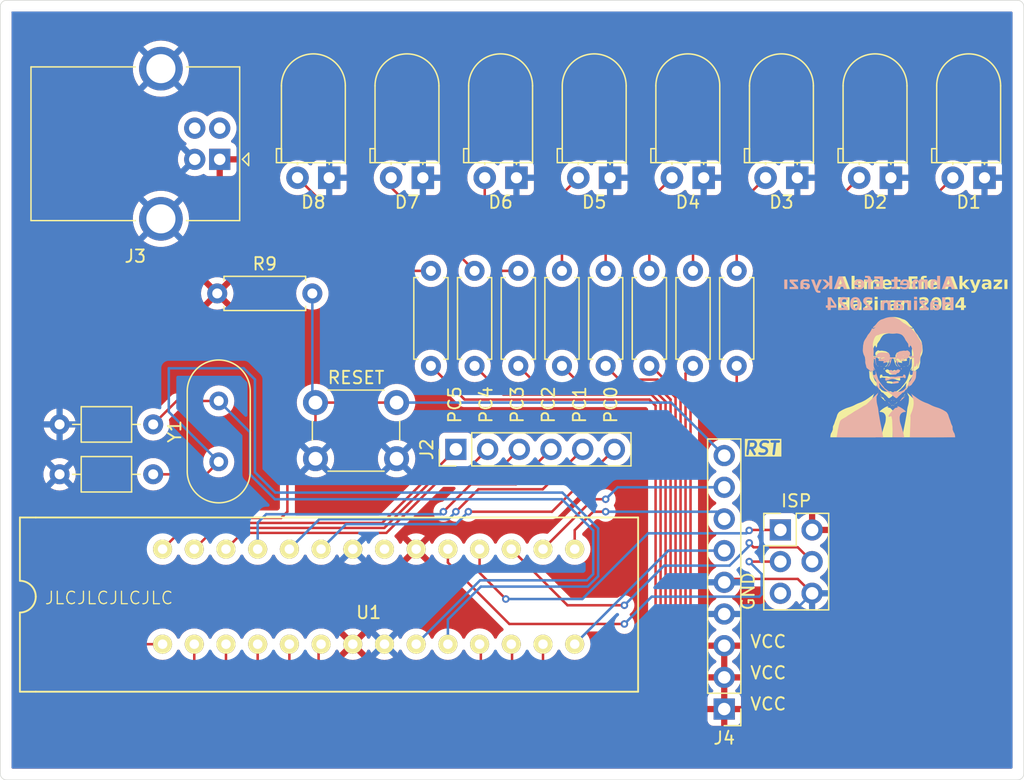
<source format=kicad_pcb>
(kicad_pcb (version 20240108) (generator "pcbnew") (generator_version "8.0")
  (layers (0 "F.Cu" signal) (31 "B.Cu" signal) (34 "B.Paste" user) (35 "F.Paste" user) (36 "B.SilkS" user "B.Silkscreen") (37 "F.SilkS" user "F.Silkscreen") (38 "B.Mask" user) (39 "F.Mask" user) (44 "Edge.Cuts" user))
  (net 0 "")
  (net 1 "Net-(U1-XTAL1{slash}PB6)")
  (net 2 "GND")
  (net 3 "Net-(U1-XTAL2{slash}PB7)")
  (net 4 "Net-(D1-A)")
  (net 5 "Net-(D2-A)")
  (net 6 "Net-(D3-A)")
  (net 7 "Net-(D4-A)")
  (net 8 "Net-(D5-A)")
  (net 9 "Net-(D6-A)")
  (net 10 "Net-(D7-A)")
  (net 11 "Net-(D8-A)")
  (net 12 "Net-(J1-MISO)")
  (net 13 "Net-(J1-SCK)")
  (net 14 "Net-(J1-MOSI)")
  (net 15 "VCC")
  (net 17 "Net-(J2-Pin_1)")
  (net 18 "Net-(J2-Pin_3)")
  (net 19 "Net-(J2-Pin_5)")
  (net 20 "Net-(J2-Pin_6)")
  (net 21 "Net-(J2-Pin_4)")
  (net 22 "Net-(J2-Pin_2)")
  (net 25 "Net-(J4-Pin_9)")
  (net 26 "Net-(J4-Pin_7)")
  (net 27 "Net-(J4-Pin_6)")
  (net 28 "Net-(J4-Pin_8)")
  (net 29 "Net-(U1-PD0)")
  (net 30 "Net-(U1-PD1)")
  (net 31 "Net-(U1-PD2)")
  (net 32 "Net-(U1-PD3)")
  (net 33 "Net-(U1-PD4)")
  (net 34 "Net-(U1-PD5)")
  (net 35 "Net-(U1-PD6)")
  (net 36 "Net-(U1-PD7)")
  (footprint "Capacitor_THT:C_Axial_L3.8mm_D2.6mm_P7.50mm_Horizontal" (layer "F.Cu") (at 114.25 116 180)
    (property "Reference" "C1" (hide yes))
    (property "Value" "22pF")
    (pad "1" thru_hole circle (at 0 0 180) (size 1.6 1.6) (drill 0.8) (layers "*.Cu" "*.Mask") (net 1 "Net-(U1-XTAL1{slash}PB6)"))
    (pad "2" thru_hole oval (at 7.5 0 180) (size 1.6 1.6) (drill 0.8) (layers "*.Cu" "*.Mask") (net 2 "GND"))
  )
  (footprint "LED_THT:LED_D5.0mm_Horizontal_O1.27mm_Z3.0mm" (layer "F.Cu") (at 180.8525 96.225 180)
    (property "Reference" "D1" (at 1.27 -1.96 0) (layer "F.SilkS"))
    (property "Value" "LED")
    (pad "1" thru_hole rect (at 0 0 180) (size 1.8 1.8) (drill 0.9) (layers "*.Cu" "*.Mask") (net 2 "GND"))
    (pad "2" thru_hole circle (at 2.54 0 180) (size 1.8 1.8) (drill 0.9) (layers "*.Cu" "*.Mask") (net 4 "Net-(D1-A)"))
  )
  (footprint "Resistor_THT:R_Axial_DIN0207_L6.3mm_D2.5mm_P7.62mm_Horizontal" (layer "F.Cu") (at 119.38 105.5)
    (property "Reference" "R9" (at 3.81 -2.37 0) (layer "F.SilkS"))
    (property "Value" "1K R")
    (pad "1" thru_hole circle (at 0 0) (size 1.6 1.6) (drill 0.8) (layers "*.Cu" "*.Mask") (net 15 "VCC"))
    (pad "2" thru_hole oval (at 7.62 0) (size 1.6 1.6) (drill 0.8) (layers "*.Cu" "*.Mask") (net 25 "Net-(J4-Pin_9)"))
  )
  (footprint "LED_THT:LED_D5.0mm_Horizontal_O1.27mm_Z3.0mm" (layer "F.Cu") (at 150.8525 96.225 180)
    (property "Reference" "D5" (at 1.27 -1.96 0) (layer "F.SilkS"))
    (property "Value" "LED")
    (pad "1" thru_hole rect (at 0 0 180) (size 1.8 1.8) (drill 0.9) (layers "*.Cu" "*.Mask") (net 2 "GND"))
    (pad "2" thru_hole circle (at 2.54 0 180) (size 1.8 1.8) (drill 0.9) (layers "*.Cu" "*.Mask") (net 8 "Net-(D5-A)"))
  )
  (footprint "Resistor_THT:R_Axial_DIN0207_L6.3mm_D2.5mm_P7.62mm_Horizontal" (layer "F.Cu") (at 157.5 111.31 90)
    (property "Reference" "R2" (hide yes))
    (property "Value" "220R" (hide yes))
    (pad "1" thru_hole circle (at 0 0 90) (size 1.6 1.6) (drill 0.8) (layers "*.Cu" "*.Mask") (net 30 "Net-(U1-PD1)"))
    (pad "2" thru_hole oval (at 7.62 0 90) (size 1.6 1.6) (drill 0.8) (layers "*.Cu" "*.Mask") (net 5 "Net-(D2-A)"))
  )
  (footprint "Resistor_THT:R_Axial_DIN0207_L6.3mm_D2.5mm_P7.62mm_Horizontal" (layer "F.Cu") (at 150.5 111.31 90)
    (property "Reference" "R4" (hide yes))
    (property "Value" "220R" (hide yes))
    (pad "1" thru_hole circle (at 0 0 90) (size 1.6 1.6) (drill 0.8) (layers "*.Cu" "*.Mask") (net 32 "Net-(U1-PD3)"))
    (pad "2" thru_hole oval (at 7.62 0 90) (size 1.6 1.6) (drill 0.8) (layers "*.Cu" "*.Mask") (net 7 "Net-(D4-A)"))
  )
  (footprint "Resistor_THT:R_Axial_DIN0207_L6.3mm_D2.5mm_P7.62mm_Horizontal" (layer "F.Cu") (at 154 111.31 90)
    (property "Reference" "R3" (hide yes))
    (property "Value" "220R" (hide yes))
    (pad "1" thru_hole circle (at 0 0 90) (size 1.6 1.6) (drill 0.8) (layers "*.Cu" "*.Mask") (net 31 "Net-(U1-PD2)"))
    (pad "2" thru_hole oval (at 7.62 0 90) (size 1.6 1.6) (drill 0.8) (layers "*.Cu" "*.Mask") (net 6 "Net-(D3-A)"))
  )
  (footprint "Connector_PinHeader_2.54mm:PinHeader_1x09_P2.54mm_Vertical" (layer "F.Cu") (at 160 138.82 180)
    (property "Reference" "J4" (at 0 -2.33 0) (layer "F.SilkS"))
    (property "Value" "H2-PWR")
    (pad "1" thru_hole rect (at 0 0 180) (size 1.7 1.7) (drill 1) (layers "*.Cu" "*.Mask") (net 15 "VCC"))
    (pad "2" thru_hole oval (at 0 2.54 180) (size 1.7 1.7) (drill 1) (layers "*.Cu" "*.Mask") (net 15 "VCC"))
    (pad "3" thru_hole oval (at 0 5.08 180) (size 1.7 1.7) (drill 1) (layers "*.Cu" "*.Mask") (net 15 "VCC"))
    (pad "4" thru_hole oval (at 0 7.62 180) (size 1.7 1.7) (drill 1) (layers "*.Cu" "*.Mask") (net 2 "GND"))
    (pad "5" thru_hole oval (at 0 10.16 180) (size 1.7 1.7) (drill 1) (layers "*.Cu" "*.Mask") (net 2 "GND"))
    (pad "6" thru_hole oval (at 0 12.7 180) (size 1.7 1.7) (drill 1) (layers "*.Cu" "*.Mask") (net 27 "Net-(J4-Pin_6)"))
    (pad "7" thru_hole oval (at 0 15.24 180) (size 1.7 1.7) (drill 1) (layers "*.Cu" "*.Mask") (net 26 "Net-(J4-Pin_7)"))
    (pad "8" thru_hole oval (at 0 17.78 180) (size 1.7 1.7) (drill 1) (layers "*.Cu" "*.Mask") (net 28 "Net-(J4-Pin_8)"))
    (pad "9" thru_hole oval (at 0 20.32 180) (size 1.7 1.7) (drill 1) (layers "*.Cu" "*.Mask") (net 25 "Net-(J4-Pin_9)"))
  )
  (footprint "footprints:zif-28-pin" (layer "F.Cu") (at 131.51 126 90)
    (property "Reference" "U1" (at -5.08 0 0) (layer "F.SilkS"))
    (property "Value" "ATmega168PA-P")
    (pad "1" thru_hole circle (at -7.62 -16.51 90) (size 1.524 1.524) (drill 0.762) (layers "*.Cu" "*.Mask" "F.SilkS") (net 25 "Net-(J4-Pin_9)"))
    (pad "2" thru_hole circle (at -7.62 -13.97 90) (size 1.524 1.524) (drill 0.762) (layers "*.Cu" "*.Mask" "F.SilkS") (net 29 "Net-(U1-PD0)"))
    (pad "3" thru_hole circle (at -7.62 -11.43 90) (size 1.524 1.524) (drill 0.762) (layers "*.Cu" "*.Mask" "F.SilkS") (net 30 "Net-(U1-PD1)"))
    (pad "4" thru_hole circle (at -7.62 -8.89 90) (size 1.524 1.524) (drill 0.762) (layers "*.Cu" "*.Mask" "F.SilkS") (net 31 "Net-(U1-PD2)"))
    (pad "5" thru_hole circle (at -7.62 -6.35 90) (size 1.524 1.524) (drill 0.762) (layers "*.Cu" "*.Mask" "F.SilkS") (net 32 "Net-(U1-PD3)"))
    (pad "6" thru_hole circle (at -7.62 -3.81 90) (size 1.524 1.524) (drill 0.762) (layers "*.Cu" "*.Mask" "F.SilkS") (net 33 "Net-(U1-PD4)"))
    (pad "7" thru_hole circle (at -7.62 -1.27 90) (size 1.524 1.524) (drill 0.762) (layers "*.Cu" "*.Mask" "F.SilkS") (net 15 "VCC"))
    (pad "8" thru_hole circle (at -7.62 1.27 90) (size 1.524 1.524) (drill 0.762) (layers "*.Cu" "*.Mask" "F.SilkS") (net 2 "GND"))
    (pad "9" thru_hole circle (at -7.62 3.81 90) (size 1.524 1.524) (drill 0.762) (layers "*.Cu" "*.Mask" "F.SilkS") (net 1 "Net-(U1-XTAL1{slash}PB6)"))
    (pad "10" thru_hole circle (at -7.62 6.35 90) (size 1.524 1.524) (drill 0.762) (layers "*.Cu" "*.Mask" "F.SilkS") (net 3 "Net-(U1-XTAL2{slash}PB7)"))
    (pad "11" thru_hole circle (at -7.62 8.89 90) (size 1.524 1.524) (drill 0.762) (layers "*.Cu" "*.Mask" "F.SilkS") (net 34 "Net-(U1-PD5)"))
    (pad "12" thru_hole circle (at -7.62 11.43 90) (size 1.524 1.524) (drill 0.762) (layers "*.Cu" "*.Mask" "F.SilkS") (net 35 "Net-(U1-PD6)"))
    (pad "13" thru_hole circle (at -7.62 13.97 90) (size 1.524 1.524) (drill 0.762) (layers "*.Cu" "*.Mask" "F.SilkS") (net 36 "Net-(U1-PD7)"))
    (pad "14" thru_hole circle (at -7.62 16.51 270) (size 1.524 1.524) (drill 0.762) (layers "*.Cu" "*.Mask" "F.SilkS") (net 27 "Net-(J4-Pin_6)"))
    (pad "15" thru_hole circle (at 0 16.51 270) (size 1.524 1.524) (drill 0.762) (layers "*.Cu" "*.Mask" "F.SilkS") (net 26 "Net-(J4-Pin_7)"))
    (pad "16" thru_hole circle (at 0 13.97 270) (size 1.524 1.524) (drill 0.762) (layers "*.Cu" "*.Mask" "F.SilkS") (net 28 "Net-(J4-Pin_8)"))
    (pad "17" thru_hole circle (at 0 11.43 270) (size 1.524 1.524) (drill 0.762) (layers "*.Cu" "*.Mask" "F.SilkS") (net 14 "Net-(J1-MOSI)"))
    (pad "18" thru_hole circle (at 0 8.89 270) (size 1.524 1.524) (drill 0.762) (layers "*.Cu" "*.Mask" "F.SilkS") (net 12 "Net-(J1-MISO)"))
    (pad "19" thru_hole circle (at 0 6.35 270) (size 1.524 1.524) (drill 0.762) (layers "*.Cu" "*.Mask" "F.SilkS") (net 13 "Net-(J1-SCK)"))
    (pad "20" thru_hole circle (at 0 3.81 270) (size 1.524 1.524) (drill 0.762) (layers "*.Cu" "*.Mask" "F.SilkS") (net 15 "VCC"))
    (pad "21" thru_hole circle (at 0 1.27 90) (size 1.524 1.524) (drill 0.762) (layers "*.Cu" "*.Mask" "F.SilkS"))
    (pad "22" thru_hole circle (at 0 -1.27 90) (size 1.524 1.524) (drill 0.762) (layers "*.Cu" "*.Mask" "F.SilkS") (net 2 "GND"))
    (pad "23" thru_hole circle (at 0 -3.81 90) (size 1.524 1.524) (drill 0.762) (layers "*.Cu" "*.Mask" "F.SilkS") (net 20 "Net-(J2-Pin_6)"))
    (pad "24" thru_hole circle (at 0 -6.35 90) (size 1.524 1.524) (drill 0.762) (layers "*.Cu" "*.Mask" "F.SilkS") (net 19 "Net-(J2-Pin_5)"))
    (pad "25" thru_hole circle (at 0 -8.89 90) (size 1.524 1.524) (drill 0.762) (layers "*.Cu" "*.Mask" "F.SilkS") (net 21 "Net-(J2-Pin_4)"))
    (pad "26" thru_hole circle (at 0 -11.43 90) (size 1.524 1.524) (drill 0.762) (layers "*.Cu" "*.Mask" "F.SilkS") (net 18 "Net-(J2-Pin_3)"))
    (pad "27" thru_hole circle (at 0 -13.97 90) (size 1.524 1.524) (drill 0.762) (layers "*.Cu" "*.Mask" "F.SilkS") (net 22 "Net-(J2-Pin_2)"))
    (pad "28" thru_hole circle (at 0 -16.51 90) (size 1.524 1.524) (drill 0.762) (layers "*.Cu" "*.Mask" "F.SilkS") (net 17 "Net-(J2-Pin_1)"))
  )
  (footprint "Connector_PinHeader_2.54mm:PinHeader_2x03_P2.54mm_Vertical" (layer "F.Cu") (at 164.5 124.46)
    (property "Reference" "ISP" (at 1.27 -2.33 0) (layer "F.SilkS"))
    (property "Value" "ISP")
    (pad "1" thru_hole rect (at 0 0) (size 1.7 1.7) (drill 1) (layers "*.Cu" "*.Mask") (net 12 "Net-(J1-MISO)"))
    (pad "2" thru_hole oval (at 2.54 0) (size 1.7 1.7) (drill 1) (layers "*.Cu" "*.Mask") (net 15 "VCC"))
    (pad "3" thru_hole oval (at 0 2.54) (size 1.7 1.7) (drill 1) (layers "*.Cu" "*.Mask") (net 13 "Net-(J1-SCK)"))
    (pad "4" thru_hole oval (at 2.54 2.54) (size 1.7 1.7) (drill 1) (layers "*.Cu" "*.Mask") (net 14 "Net-(J1-MOSI)"))
    (pad "5" thru_hole oval (at 0 5.08) (size 1.7 1.7) (drill 1) (layers "*.Cu" "*.Mask"))
    (pad "6" thru_hole oval (at 2.54 5.08) (size 1.7 1.7) (drill 1) (layers "*.Cu" "*.Mask") (net 2 "GND"))
  )
  (footprint "LED_THT:LED_D5.0mm_Horizontal_O1.27mm_Z3.0mm" (layer "F.Cu") (at 135.8525 96.225 180)
    (property "Reference" "D7" (at 1.27 -1.96 0) (layer "F.SilkS"))
    (property "Value" "LED")
    (pad "1" thru_hole rect (at 0 0 180) (size 1.8 1.8) (drill 0.9) (layers "*.Cu" "*.Mask") (net 2 "GND"))
    (pad "2" thru_hole circle (at 2.54 0 180) (size 1.8 1.8) (drill 0.9) (layers "*.Cu" "*.Mask") (net 10 "Net-(D7-A)"))
  )
  (footprint "Resistor_THT:R_Axial_DIN0207_L6.3mm_D2.5mm_P7.62mm_Horizontal" (layer "F.Cu") (at 136.5 111.31 90)
    (property "Reference" "R8" (hide yes))
    (property "Value" "220R" (hide yes))
    (pad "1" thru_hole circle (at 0 0 90) (size 1.6 1.6) (drill 0.8) (layers "*.Cu" "*.Mask") (net 36 "Net-(U1-PD7)"))
    (pad "2" thru_hole oval (at 7.62 0 90) (size 1.6 1.6) (drill 0.8) (layers "*.Cu" "*.Mask") (net 11 "Net-(D8-A)"))
  )
  (footprint "Resistor_THT:R_Axial_DIN0207_L6.3mm_D2.5mm_P7.62mm_Horizontal" (layer "F.Cu") (at 147 111.31 90)
    (property "Reference" "R5" (hide yes))
    (property "Value" "220R" (hide yes))
    (pad "1" thru_hole circle (at 0 0 90) (size 1.6 1.6) (drill 0.8) (layers "*.Cu" "*.Mask") (net 33 "Net-(U1-PD4)"))
    (pad "2" thru_hole oval (at 7.62 0 90) (size 1.6 1.6) (drill 0.8) (layers "*.Cu" "*.Mask") (net 8 "Net-(D5-A)"))
  )
  (footprint "LED_THT:LED_D5.0mm_Horizontal_O1.27mm_Z3.0mm" (layer "F.Cu") (at 158.3525 96.225 180)
    (property "Reference" "D4" (at 1.27 -1.96 0) (layer "F.SilkS"))
    (property "Value" "LED")
    (pad "1" thru_hole rect (at 0 0 180) (size 1.8 1.8) (drill 0.9) (layers "*.Cu" "*.Mask") (net 2 "GND"))
    (pad "2" thru_hole circle (at 2.54 0 180) (size 1.8 1.8) (drill 0.9) (layers "*.Cu" "*.Mask") (net 7 "Net-(D4-A)"))
  )
  (footprint "Button_Switch_THT:SW_PUSH_6mm_H13mm" (layer "F.Cu") (at 127.25 114.25)
    (property "Reference" "RESET" (at 3.25 -2 0) (layer "F.SilkS"))
    (property "Value" "SW_Push")
    (pad "1" thru_hole circle (at 0 0 90) (size 2 2) (drill 1.1) (layers "*.Cu" "*.Mask") (net 25 "Net-(J4-Pin_9)"))
    (pad "1" thru_hole circle (at 6.5 0 90) (size 2 2) (drill 1.1) (layers "*.Cu" "*.Mask") (net 25 "Net-(J4-Pin_9)"))
    (pad "2" thru_hole circle (at 0 4.5 90) (size 2 2) (drill 1.1) (layers "*.Cu" "*.Mask") (net 2 "GND"))
    (pad "2" thru_hole circle (at 6.5 4.5 90) (size 2 2) (drill 1.1) (layers "*.Cu" "*.Mask") (net 2 "GND"))
  )
  (footprint "Resistor_THT:R_Axial_DIN0207_L6.3mm_D2.5mm_P7.62mm_Horizontal" (layer "F.Cu") (at 143.5 111.31 90)
    (property "Reference" "R6" (hide yes))
    (property "Value" "220R" (hide yes))
    (pad "1" thru_hole circle (at 0 0 90) (size 1.6 1.6) (drill 0.8) (layers "*.Cu" "*.Mask") (net 34 "Net-(U1-PD5)"))
    (pad "2" thru_hole oval (at 7.62 0 90) (size 1.6 1.6) (drill 0.8) (layers "*.Cu" "*.Mask") (net 9 "Net-(D6-A)"))
  )
  (footprint "LED_THT:LED_D5.0mm_Horizontal_O1.27mm_Z3.0mm" (layer "F.Cu") (at 165.8525 96.225 180)
    (property "Reference" "D3" (at 1.27 -1.96 0) (layer "F.SilkS"))
    (property "Value" "LED")
    (pad "1" thru_hole rect (at 0 0 180) (size 1.8 1.8) (drill 0.9) (layers "*.Cu" "*.Mask") (net 2 "GND"))
    (pad "2" thru_hole circle (at 2.54 0 180) (size 1.8 1.8) (drill 0.9) (layers "*.Cu" "*.Mask") (net 6 "Net-(D3-A)"))
  )
  (footprint "Connector_PinHeader_2.54mm:PinHeader_1x06_P2.54mm_Vertical" (layer "F.Cu") (at 138.5 118 90)
    (property "Reference" "J2" (at 0 -2.33 90) (layer "F.SilkS"))
    (property "Value" "H1")
    (pad "1" thru_hole rect (at 0 0 90) (size 1.7 1.7) (drill 1) (layers "*.Cu" "*.Mask") (net 17 "Net-(J2-Pin_1)"))
    (pad "2" thru_hole oval (at 0 2.54 90) (size 1.7 1.7) (drill 1) (layers "*.Cu" "*.Mask") (net 22 "Net-(J2-Pin_2)"))
    (pad "3" thru_hole oval (at 0 5.08 90) (size 1.7 1.7) (drill 1) (layers "*.Cu" "*.Mask") (net 18 "Net-(J2-Pin_3)"))
    (pad "4" thru_hole oval (at 0 7.62 90) (size 1.7 1.7) (drill 1) (layers "*.Cu" "*.Mask") (net 21 "Net-(J2-Pin_4)"))
    (pad "5" thru_hole oval (at 0 10.16 90) (size 1.7 1.7) (drill 1) (layers "*.Cu" "*.Mask") (net 19 "Net-(J2-Pin_5)"))
    (pad "6" thru_hole oval (at 0 12.7 90) (size 1.7 1.7) (drill 1) (layers "*.Cu" "*.Mask") (net 20 "Net-(J2-Pin_6)"))
  )
  (footprint "Crystal:Crystal_HC49-4H_Vertical" (layer "F.Cu") (at 119.5 119 90)
    (property "Reference" "Y1" (at 2.44 -3.525 90) (layer "F.SilkS"))
    (property "Value" "16MHz")
    (pad "1" thru_hole circle (at 0 0 90) (size 1.5 1.5) (drill 0.8) (layers "*.Cu" "*.Mask") (net 3 "Net-(U1-XTAL2{slash}PB7)"))
    (pad "2" thru_hole circle (at 4.88 0 90) (size 1.5 1.5) (drill 0.8) (layers "*.Cu" "*.Mask") (net 1 "Net-(U1-XTAL1{slash}PB6)"))
  )
  (footprint "LED_THT:LED_D5.0mm_Horizontal_O1.27mm_Z3.0mm" (layer "F.Cu") (at 128.3525 96.225 180)
    (property "Reference" "D8" (at 1.27 -1.96 0) (layer "F.SilkS"))
    (property "Value" "LED")
    (pad "1" thru_hole rect (at 0 0 180) (size 1.8 1.8) (drill 0.9) (layers "*.Cu" "*.Mask") (net 2 "GND"))
    (pad "2" thru_hole circle (at 2.54 0 180) (size 1.8 1.8) (drill 0.9) (layers "*.Cu" "*.Mask") (net 11 "Net-(D8-A)"))
  )
  (footprint "LED_THT:LED_D5.0mm_Horizontal_O1.27mm_Z3.0mm" (layer "F.Cu") (at 173.3525 96.225 180)
    (property "Reference" "D2" (at 1.27 -1.96 0) (layer "F.SilkS"))
    (property "Value" "LED")
    (pad "1" thru_hole rect (at 0 0 180) (size 1.8 1.8) (drill 0.9) (layers "*.Cu" "*.Mask") (net 2 "GND"))
    (pad "2" thru_hole circle (at 2.54 0 180) (size 1.8 1.8) (drill 0.9) (layers "*.Cu" "*.Mask") (net 5 "Net-(D2-A)"))
  )
  (footprint "Resistor_THT:R_Axial_DIN0207_L6.3mm_D2.5mm_P7.62mm_Horizontal" (layer "F.Cu") (at 140 111.31 90)
    (property "Reference" "R7" (hide yes))
    (property "Value" "220R" (hide yes))
    (pad "1" thru_hole circle (at 0 0 90) (size 1.6 1.6) (drill 0.8) (layers "*.Cu" "*.Mask") (net 35 "Net-(U1-PD6)"))
    (pad "2" thru_hole oval (at 7.62 0 90) (size 1.6 1.6) (drill 0.8) (layers "*.Cu" "*.Mask") (net 10 "Net-(D7-A)"))
  )
  (footprint "Capacitor_THT:C_Axial_L3.8mm_D2.6mm_P7.50mm_Horizontal" (layer "F.Cu") (at 106.75 120)
    (property "Reference" "C2" (hide yes))
    (property "Value" "22pF")
    (pad "1" thru_hole circle (at 0 0) (size 1.6 1.6) (drill 0.8) (layers "*.Cu" "*.Mask") (net 2 "GND"))
    (pad "2" thru_hole oval (at 7.5 0) (size 1.6 1.6) (drill 0.8) (layers "*.Cu" "*.Mask") (net 3 "Net-(U1-XTAL2{slash}PB7)"))
  )
  (footprint "Connector_USB:USB_B_OST_USB-B1HSxx_Horizontal" (layer "F.Cu") (at 119.5775 94.75 180)
    (property "Reference" "J3" (at 6.76 -7.77 0) (layer "F.SilkS"))
    (property "Value" "USB_B")
    (pad "1" thru_hole rect (at 0 0 180) (size 1.7 1.7) (drill 0.92) (layers "*.Cu" "*.Mask") (net 15 "VCC"))
    (pad "2" thru_hole circle (at 0 2.5 180) (size 1.7 1.7) (drill 0.92) (layers "*.Cu" "*.Mask"))
    (pad "3" thru_hole circle (at 2 2.5 180) (size 1.7 1.7) (drill 0.92) (layers "*.Cu" "*.Mask"))
    (pad "4" thru_hole circle (at 2 0 180) (size 1.7 1.7) (drill 0.92) (layers "*.Cu" "*.Mask") (net 2 "GND"))
    (pad "5" thru_hole circle (at 4.71 -4.77 180) (size 3.5 3.5) (drill 2.33) (layers "*.Cu" "*.Mask") (net 2 "GND"))
    (pad "5" thru_hole circle (at 4.71 7.27 180) (size 3.5 3.5) (drill 2.33) (layers "*.Cu" "*.Mask") (net 2 "GND"))
  )
  (footprint "Resistor_THT:R_Axial_DIN0207_L6.3mm_D2.5mm_P7.62mm_Horizontal" (layer "F.Cu") (at 161 111.31 90)
    (property "Reference" "R1" (hide yes))
    (property "Value" "220R" (hide yes))
    (pad "1" thru_hole circle (at 0 0 90) (size 1.6 1.6) (drill 0.8) (layers "*.Cu" "*.Mask") (net 29 "Net-(U1-PD0)"))
    (pad "2" thru_hole oval (at 7.62 0 90) (size 1.6 1.6) (drill 0.8) (layers "*.Cu" "*.Mask") (net 4 "Net-(D1-A)"))
  )
  (footprint "LED_THT:LED_D5.0mm_Horizontal_O1.27mm_Z3.0mm" (layer "F.Cu") (at 143.3525 96.225 180)
    (property "Reference" "D6" (at 1.27 -1.96 0) (layer "F.SilkS"))
    (property "Value" "LED")
    (pad "1" thru_hole rect (at 0 0 180) (size 1.8 1.8) (drill 0.9) (layers "*.Cu" "*.Mask") (net 2 "GND"))
    (pad "2" thru_hole circle (at 2.54 0 180) (size 1.8 1.8) (drill 0.9) (layers "*.Cu" "*.Mask") (net 9 "Net-(D6-A)"))
  )
  (footprint "footprints:aefeakyaziv2" (layer "F.Cu") (at 173.5 112)
    (property "Reference" "G***" (hide yes))
    (property "Value" "LOGO" (hide yes))
  )
  (footprint "footprints:aefeakyaziv2" (layer "B.Cu") (at 173.5 112 180)
    (property "Reference" "G***" (hide yes))
    (property "Value" "LOGO" (hide yes))
  )
  (gr_rect (start 103 83) (end 183 143.5) (stroke (width 0.2)) (fill none) (layer "F.Cu"))
  (gr_rect (start 103 83) (end 183 143.5) (stroke (width 0.2)) (fill none) (layer "B.Cu") (net 2))
  (gr_arc (start 102.5 144.5) (mid 102.146447 144.353553) (end 102 144) (stroke (width 0.05)) (layer "Edge.Cuts"))
  (gr_line (start 184 82.5) (end 184 144) (stroke (width 0.05)) (layer "Edge.Cuts"))
  (gr_line (start 183.5 144.5) (end 102.5 144.5) (stroke (width 0.05)) (layer "Edge.Cuts"))
  (gr_line (start 102.5 82) (end 183.5 82) (stroke (width 0.05)) (layer "Edge.Cuts"))
  (gr_arc (start 184 144) (mid 183.853553 144.353553) (end 183.5 144.5) (stroke (width 0.05)) (layer "Edge.Cuts"))
  (gr_arc (start 102 82.5) (mid 102.146447 82.146447) (end 102.5 82) (stroke (width 0.05)) (layer "Edge.Cuts"))
  (gr_arc (start 183.5 82) (mid 183.853553 82.146447) (end 184 82.5) (stroke (width 0.05)) (layer "Edge.Cuts"))
  (gr_line (start 102 144) (end 102 82.5) (stroke (width 0.05)) (layer "Edge.Cuts"))
  (gr_text "Ahmet Efe Akyazı\nHaziran 2024" (at 178.5 107 0) (layer "B.SilkS") (effects (font (size 1 1) (thickness 0.2) (bold yes) (italic yes)) (justify left bottom mirror)))
  (gr_text "RST" (at 161.5 118.5 0) (layer "F.SilkS" knockout) (effects (font (size 1 1) (thickness 0.2) (bold yes) (italic yes)) (justify left bottom)))
  (gr_text "PC2" (at 146.5 116 90) (layer "F.SilkS") (effects (font (size 1 1)) (justify left bottom)))
  (gr_text "Ahmet Efe Akyazı\nHaziran 2024" (at 169 107 0) (layer "F.SilkS") (effects (font (size 1 1) (thickness 0.2) (bold yes) (italic yes)) (justify left bottom)))
  (gr_text "PC5" (at 139 116 90) (layer "F.SilkS") (effects (font (size 1 1)) (justify left bottom)))
  (gr_text "PC0" (at 151.5 116 90) (layer "F.SilkS") (effects (font (size 1 1)) (justify left bottom)))
  (gr_text "GND" (at 162.5 131 90) (layer "F.SilkS") (effects (font (size 1 1)) (justify left bottom)))
  (gr_text "PC3" (at 144 116 90) (layer "F.SilkS") (effects (font (size 1 1)) (justify left bottom)))
  (gr_text "JLCJLCJLCJLC" (at 105.5 130.5 0) (layer "F.SilkS") (effects (font (size 1 1) (thickness 0.1)) (justify left bottom)))
  (gr_text "VCC" (at 162 134 0) (layer "F.SilkS") (effects (font (size 1 1)) (justify left bottom)))
  (gr_text "PC1" (at 149 116 90) (layer "F.SilkS") (effects (font (size 1 1)) (justify left bottom)))
  (gr_text "VCC" (at 162 139 0) (layer "F.SilkS") (effects (font (size 1 1)) (justify left bottom)))
  (gr_text "VCC" (at 162 136.5 0) (layer "F.SilkS") (effects (font (size 1 1)) (justify left bottom)))
  (gr_text "PC4" (at 141.5 116 90) (layer "F.SilkS") (effects (font (size 1 1)) (justify left bottom)))
  (segment (start 116.13 114.12) (end 114.25 116) (width 0.2) (layer "F.Cu") (net 1))
  (segment (start 119.5 114.12) (end 116.13 114.12) (width 0.2) (layer "F.Cu") (net 1))
  (segment (start 119.5 114.12) (end 122 116.62) (width 0.2) (layer "B.Cu") (net 1))
  (segment (start 124 122) (end 147 122) (width 0.2) (layer "B.Cu") (net 1))
  (segment (start 122 120) (end 124 122) (width 0.2) (layer "B.Cu") (net 1))
  (segment (start 122 116.62) (end 122 120) (width 0.2) (layer "B.Cu") (net 1))
  (segment (start 149 128.5) (end 140.44 128.5) (width 0.2) (layer "B.Cu") (net 1))
  (segment (start 140.44 128.5) (end 135.32 133.62) (width 0.2) (layer "B.Cu") (net 1))
  (segment (start 149.5 128) (end 149 128.5) (width 0.2) (layer "B.Cu") (net 1))
  (segment (start 147 122) (end 149.5 124.5) (width 0.2) (layer "B.Cu") (net 1))
  (segment (start 149.5 124.5) (end 149.5 128) (width 0.2) (layer "B.Cu") (net 1))
  (segment (start 160.27 128.39) (end 160 128.66) (width 0.2) (layer "F.Cu") (net 2))
  (segment (start 167.04 129.54) (end 165.89 128.39) (width 0.2) (layer "F.Cu") (net 2))
  (segment (start 127.25 118.75) (end 127 119) (width 0.2) (layer "F.Cu") (net 2))
  (segment (start 165.89 128.39) (end 160.27 128.39) (width 0.2) (layer "F.Cu") (net 2))
  (segment (start 160 131.2) (end 165.38 131.2) (width 0.2) (layer "B.Cu") (net 2))
  (segment (start 165.38 131.2) (end 167.04 129.54) (width 0.2) (layer "B.Cu") (net 2))
  (segment (start 118.5 120) (end 114.25 120) (width 0.2) (layer "F.Cu") (net 3))
  (segment (start 118.5 120) (end 119.5 119) (width 0.2) (layer "F.Cu") (net 3))
  (segment (start 115.5 111.5) (end 121.5 111.5) (width 0.2) (layer "B.Cu") (net 3))
  (segment (start 124.032843 121.467157) (end 147.032842 121.467157) (width 0.2) (layer "B.Cu") (net 3))
  (segment (start 121.5 111.5) (end 122.4 112.4) (width 0.2) (layer "B.Cu") (net 3))
  (segment (start 122.4 119.834314) (end 124.032843 121.467157) (width 0.2) (layer "B.Cu") (net 3))
  (segment (start 149.782842 124.217157) (end 149.9 124.334314) (width 0.2) (layer "B.Cu") (net 3))
  (segment (start 137.86 131.645686) (end 137.86 133.62) (width 0.2) (layer "B.Cu") (net 3))
  (segment (start 119.5 119) (end 115.5 115) (width 0.2) (layer "B.Cu") (net 3))
  (segment (start 140.502843 129.002843) (end 137.86 131.645686) (width 0.2) (layer "B.Cu") (net 3))
  (segment (start 122.4 112.4) (end 122.4 119.834314) (width 0.2) (layer "B.Cu") (net 3))
  (segment (start 149.9 128.165686) (end 149.062843 129.002843) (width 0.2) (layer "B.Cu") (net 3))
  (segment (start 149.062843 129.002843) (end 140.502843 129.002843) (width 0.2) (layer "B.Cu") (net 3))
  (segment (start 149.9 124.334314) (end 149.9 128.165686) (width 0.2) (layer "B.Cu") (net 3))
  (segment (start 147.032842 121.467157) (end 149.782842 124.217157) (width 0.2) (layer "B.Cu") (net 3))
  (segment (start 115.5 115) (end 115.5 111.5) (width 0.2) (layer "B.Cu") (net 3))
  (segment (start 174.5375 100) (end 178.3125 96.225) (width 0.2) (layer "F.Cu") (net 4))
  (segment (start 161 103.69) (end 161 101) (width 0.2) (layer "F.Cu") (net 4))
  (segment (start 162 100) (end 174.5375 100) (width 0.2) (layer "F.Cu") (net 4))
  (segment (start 161 101) (end 162 100) (width 0.2) (layer "F.Cu") (net 4))
  (segment (start 159 99.5) (end 167.5375 99.5) (width 0.2) (layer "F.Cu") (net 5))
  (segment (start 157.5 101) (end 159 99.5) (width 0.2) (layer "F.Cu") (net 5))
  (segment (start 167.5375 99.5) (end 170.8125 96.225) (width 0.2) (layer "F.Cu") (net 5))
  (segment (start 157.5 103.69) (end 157.5 101) (width 0.2) (layer "F.Cu") (net 5))
  (segment (start 154 103.69) (end 154 100.5) (width 0.2) (layer "F.Cu") (net 6))
  (segment (start 160.5375 99) (end 163.3125 96.225) (width 0.2) (layer "F.Cu") (net 6))
  (segment (start 154 100.5) (end 155.5 99) (width 0.2) (layer "F.Cu") (net 6))
  (segment (start 155.5 99) (end 160.5375 99) (width 0.2) (layer "F.Cu") (net 6))
  (segment (start 150.5 101.5375) (end 155.8125 96.225) (width 0.2) (layer "F.Cu") (net 7))
  (segment (start 150.5 103.69) (end 150.5 101.5375) (width 0.2) (layer "F.Cu") (net 7))
  (segment (start 147 97.5375) (end 148.3125 96.225) (width 0.2) (layer "F.Cu") (net 8))
  (segment (start 147 103.69) (end 147 97.5375) (width 0.2) (layer "F.Cu") (net 8))
  (segment (start 142.19 103.69) (end 140.8125 102.3125) (width 0.2) (layer "F.Cu") (net 9))
  (segment (start 143.5 103.69) (end 142.19 103.69) (width 0.2) (layer "F.Cu") (net 9))
  (segment (start 140.8125 102.3125) (end 140.8125 96.225) (width 0.2) (layer "F.Cu") (net 9))
  (segment (start 140 103.69) (end 133.3125 97.0025) (width 0.2) (layer "F.Cu") (net 10))
  (segment (start 133.3125 97.0025) (end 133.3125 96.225) (width 0.2) (layer "F.Cu") (net 10))
  (segment (start 133.2775 103.69) (end 125.8125 96.225) (width 0.2) (layer "F.Cu") (net 11))
  (segment (start 136.5 103.69) (end 133.2775 103.69) (width 0.2) (layer "F.Cu") (net 11))
  (segment (start 162.04 124.46) (end 162 124.5) (width 0.2) (layer "F.Cu") (net 12))
  (segment (start 164.5 124.46) (end 162.04 124.46) (width 0.2) (layer "F.Cu") (net 12))
  (segment (start 142.5 130) (end 140.4 127.9) (width 0.2) (layer "F.Cu") (net 12))
  (segment (start 140.4 127.9) (end 140.4 126) (width 0.2) (layer "F.Cu") (net 12))
  (via (at 142.5 130) (size 0.6) (drill 0.3) (layers "F.Cu" "B.Cu") (net 12))
  (via (at 162 124.5) (size 0.6) (drill 0.3) (layers "F.Cu" "B.Cu") (net 12))
  (segment (start 162 124.5) (end 161.77 124.73) (width 0.2) (layer "B.Cu") (net 12))
  (segment (start 148.631372 130) (end 142.5 130) (width 0.2) (layer "B.Cu") (net 12))
  (segment (start 161.77 124.73) (end 153.901372 124.73) (width 0.2) (layer "B.Cu") (net 12))
  (segment (start 153.901372 124.73) (end 148.631372 130) (width 0.2) (layer "B.Cu") (net 12))
  (segment (start 164.5 127) (end 162 127) (width 0.2) (layer "F.Cu") (net 13))
  (segment (start 137.86 127.07763) (end 137.86 126) (width 0.2) (layer "F.Cu") (net 13))
  (segment (start 152 132) (end 142.78237 132) (width 0.2) (layer "F.Cu") (net 13))
  (segment (start 142.78237 132) (end 137.86 127.07763) (width 0.2) (layer "F.Cu") (net 13))
  (via (at 162 127) (size 0.6) (drill 0.3) (layers "F.Cu" "B.Cu") (net 13))
  (via (at 152 132) (size 0.6) (drill 0.3) (layers "F.Cu" "B.Cu") (net 13))
  (segment (start 162.81 129.81) (end 154.19 129.81) (width 0.2) (layer "B.Cu") (net 13))
  (segment (start 163 129.62) (end 162.81 129.81) (width 0.2) (layer "B.Cu") (net 13))
  (segment (start 162 127) (end 163 128) (width 0.2) (layer "B.Cu") (net 13))
  (segment (start 154.19 129.81) (end 152 132) (width 0.2) (layer "B.Cu") (net 13))
  (segment (start 163 128) (end 163 129.62) (width 0.2) (layer "B.Cu") (net 13))
  (segment (start 162.35 125.85) (end 162 125.5) (width 0.2) (layer "F.Cu") (net 14))
  (segment (start 147.44 130.5) (end 142.94 126) (width 0.2) (layer "F.Cu") (net 14))
  (segment (start 152 130.5) (end 147.44 130.5) (width 0.2) (layer "F.Cu") (net 14))
  (segment (start 167.04 127) (end 165.89 125.85) (width 0.2) (layer "F.Cu") (net 14))
  (segment (start 165.89 125.85) (end 162.35 125.85) (width 0.2) (layer "F.Cu") (net 14))
  (via (at 162 125.5) (size 0.6) (drill 0.3) (layers "F.Cu" "B.Cu") (net 14))
  (via (at 152 130.5) (size 0.6) (drill 0.3) (layers "F.Cu" "B.Cu") (net 14))
  (segment (start 162 125.746346) (end 160.425398 127.320948) (width 0.2) (layer "B.Cu") (net 14))
  (segment (start 162 125.5) (end 162 125.746346) (width 0.2) (layer "B.Cu") (net 14))
  (segment (start 160.425398 127.320948) (end 155.179052 127.320948) (width 0.2) (layer "B.Cu") (net 14))
  (segment (start 155.179052 127.320948) (end 152 130.5) (width 0.2) (layer "B.Cu") (net 14))
  (segment (start 117.1 123.9) (end 132.6 123.9) (width 0.2) (layer "F.Cu") (net 17))
  (segment (start 132.6 123.9) (end 138.5 118) (width 0.2) (layer "F.Cu") (net 17))
  (segment (start 115 126) (end 117.1 123.9) (width 0.2) (layer "F.Cu") (net 17))
  (segment (start 120.08 126) (end 121.38 124.7) (width 0.2) (layer "F.Cu") (net 18))
  (segment (start 121.38 124.7) (end 132.931372 124.7) (width 0.2) (layer "F.Cu") (net 18))
  (segment (start 137.231372 120.4) (end 141.18 120.4) (width 0.2) (layer "F.Cu") (net 18))
  (segment (start 132.931372 124.7) (end 137.231372 120.4) (width 0.2) (layer "F.Cu") (net 18))
  (segment (start 141.18 120.4) (end 143.58 118) (width 0.2) (layer "F.Cu") (net 18))
  (segment (start 138.5 123) (end 140.3 121.2) (width 0.2) (layer "F.Cu") (net 19))
  (segment (start 140.3 121.2) (end 145.46 121.2) (width 0.2) (layer "F.Cu") (net 19))
  (segment (start 145.46 121.2) (end 148.66 118) (width 0.2) (layer "F.Cu") (net 19))
  (via (at 138.5 123) (size 0.6) (drill 0.3) (layers "F.Cu" "B.Cu") (net 19))
  (segment (start 125.16 126) (end 127.56 123.6) (width 0.2) (layer "B.Cu") (net 19))
  (segment (start 137.9 123.6) (end 138.5 123) (width 0.2) (layer "B.Cu") (net 19))
  (segment (start 127.56 123.6) (end 137.9 123.6) (width 0.2) (layer "B.Cu") (net 19))
  (segment (start 146.2 123) (end 151.2 118) (width 0.2) (layer "F.Cu") (net 20))
  (segment (start 139.5 123) (end 146.2 123) (width 0.2) (layer "F.Cu") (net 20))
  (via (at 139.5 123) (size 0.6) (drill 0.3) (layers "F.Cu" "B.Cu") (net 20))
  (segment (start 127.7 126) (end 129.7 124) (width 0.2) (layer "B.Cu") (net 20))
  (segment (start 129.7 124) (end 138.5 124) (width 0.2) (layer "B.Cu") (net 20))
  (segment (start 138.5 124) (end 139.5 123) (width 0.2) (layer "B.Cu") (net 20))
  (segment (start 139.7 120.8) (end 143.32 120.8) (width 0.2) (layer "F.Cu") (net 21))
  (segment (start 137.5 123) (end 139.7 120.8) (width 0.2) (layer "F.Cu") (net 21))
  (segment (start 143.32 120.8) (end 146.12 118) (width 0.2) (layer "F.Cu") (net 21))
  (via (at 137.5 123) (size 0.6) (drill 0.3) (layers "F.Cu" "B.Cu") (net 21))
  (segment (start 137.3 123.2) (end 137.5 123) (width 0.2) (layer "B.Cu") (net 21))
  (segment (start 122.62 126) (end 122.62 123.88) (width 0.2) (layer "B.Cu") (net 21))
  (segment (start 122.62 123.88) (end 123.3 123.2) (width 0.2) (layer "B.Cu") (net 21))
  (segment (start 123.3 123.2) (end 137.3 123.2) (width 0.2) (layer "B.Cu") (net 21))
  (segment (start 119.24 124.3) (end 132.765686 124.3) (width 0.2) (layer "F.Cu") (net 22))
  (segment (start 132.765686 124.3) (end 137.065686 120) (width 0.2) (layer "F.Cu") (net 22))
  (segment (start 137.065686 120) (end 139.04 120) (width 0.2) (layer "F.Cu") (net 22))
  (segment (start 139.04 120) (end 141.04 118) (width 0.2) (layer "F.Cu") (net 22))
  (segment (start 117.54 126) (end 119.24 124.3) (width 0.2) (layer "F.Cu") (net 22))
  (segment (start 124.5 123.5) (end 114.5 123.5) (width 0.2) (layer "F.Cu") (net 25))
  (segment (start 127.25 115.75) (end 125 118) (width 0.2) (layer "F.Cu") (net 25))
  (segment (start 113.12 133.62) (end 115 133.62) (width 0.2) (layer "F.Cu") (net 25))
  (segment (start 125 118) (end 125 123) (width 0.2) (layer "F.Cu") (net 25))
  (segment (start 133.75 114.25) (end 127.25 114.25) (width 0.2) (layer "F.Cu") (net 25))
  (segment (start 125 123) (end 124.5 123.5) (width 0.2) (layer "F.Cu") (net 25))
  (segment (start 114.5 123.5) (end 113 125) (width 0.2) (layer "F.Cu") (net 25))
  (segment (start 113 133.5) (end 113.12 133.62) (width 0.2) (layer "F.Cu") (net 25))
  (segment (start 127.25 114.25) (end 127.25 115.75) (width 0.2) (layer "F.Cu") (net 25))
  (segment (start 113 125) (end 113 133.5) (width 0.2) (layer "F.Cu") (net 25))
  (segment (start 127 114) (end 127.25 114.25) (width 0.2) (layer "B.Cu") (net 25))
  (segment (start 160 118.5) (end 155.75 114.25) (width 0.2) (layer "B.Cu") (net 25))
  (segment (start 155.75 114.25) (end 133.75 114.25) (width 0.2) (layer "B.Cu") (net 25))
  (segment (start 127 105.5) (end 127 114) (width 0.2) (layer "B.Cu") (net 25))
  (segment (start 148.02 124.48) (end 148.02 126) (width 0.2) (layer "F.Cu") (net 26))
  (segment (start 150.5 123) (end 149.5 123) (width 0.2) (layer "F.Cu") (net 26))
  (segment (start 149.5 123) (end 148.02 124.48) (width 0.2) (layer "F.Cu") (net 26))
  (via (at 150.5 123) (size 0.6) (drill 0.3) (layers "F.Cu" "B.Cu") (net 26))
  (segment (start 159.42 123) (end 150.5 123) (width 0.2) (layer "B.Cu") (net 26))
  (segment (start 160 123.58) (end 159.42 123) (width 0.2) (layer "B.Cu") (net 26))
  (segment (start 160 126.12) (end 155.52 126.12) (width 0.2) (layer "B.Cu") (net 27))
  (segment (start 155.52 126.12) (end 148.02 133.62) (width 0.2) (layer "B.Cu") (net 27))
  (segment (start 149.48 122) (end 145.48 126) (width 0.2) (layer "F.Cu") (net 28))
  (segment (start 150.5 122) (end 149.48 122) (width 0.2) (layer "F.Cu") (net 28))
  (via (at 150.5 122) (size 0.6) (drill 0.3) (layers "F.Cu" "B.Cu") (net 28))
  (segment (start 160 121.04) (end 151.46 121.04) (width 0.2) (layer "B.Cu") (net 28))
  (segment (start 151.46 121.04) (end 150.5 122) (width 0.2) (layer "B.Cu") (net 28))
  (segment (start 117.54 133.62) (end 117.54 138.96) (width 0.2) (layer "F.Cu") (net 29))
  (segment (start 117.54 138.96) (end 121.48 142.9) (width 0.2) (layer "F.Cu") (net 29))
  (segment (start 121.48 142.9) (end 155.059801 142.9) (width 0.2) (layer "F.Cu") (net 29))
  (segment (start 157.534315 113) (end 161 113) (width 0.2) (layer "F.Cu") (net 29))
  (segment (start 157.3 113.234315) (end 157.534315 113) (width 0.2) (layer "F.Cu") (net 29))
  (segment (start 161 113) (end 161 111.31) (width 0.2) (layer "F.Cu") (net 29))
  (segment (start 155.059801 142.9) (end 157.3 140.659801) (width 0.2) (layer "F.Cu") (net 29))
  (segment (start 157.3 140.659801) (end 157.3 113.234315) (width 0.2) (layer "F.Cu") (net 29))
  (segment (start 154.894115 142.5) (end 156.9 140.494115) (width 0.2) (layer "F.Cu") (net 30))
  (segment (start 123.5 142.5) (end 154.894115 142.5) (width 0.2) (layer "F.Cu") (net 30))
  (segment (start 156.9 140.494115) (end 156.9 111.91) (width 0.2) (layer "F.Cu") (net 30))
  (segment (start 120.08 133.62) (end 120.08 138.92) (width 0.2) (layer "F.Cu") (net 30))
  (segment (start 120.08 138.92) (end 120 139) (width 0.2) (layer "F.Cu") (net 30))
  (segment (start 120 139) (end 123.5 142.5) (width 0.2) (layer "F.Cu") (net 30))
  (segment (start 156.9 111.91) (end 157.5 111.31) (width 0.2) (layer "F.Cu") (net 30))
  (segment (start 156.5 140.328429) (end 155.028429 141.8) (width 0.2) (layer "F.Cu") (net 31))
  (segment (start 156.5 113.671571) (end 156.5 140.328429) (width 0.2) (layer "F.Cu") (net 31))
  (segment (start 156.5 113.671571) (end 154.138429 111.31) (width 0.2) (layer "F.Cu") (net 31))
  (segment (start 127.234314 141.8) (end 122.62 137.185686) (width 0.2) (layer "F.Cu") (net 31))
  (segment (start 154.138429 111.31) (end 154 111.31) (width 0.2) (layer "F.Cu") (net 31))
  (segment (start 155.028429 141.8) (end 127.234314 141.8) (width 0.2) (layer "F.Cu") (net 31))
  (segment (start 122.62 137.185686) (end 122.62 133.62) (width 0.2) (layer "F.Cu") (net 31))
  (segment (start 125.16 139.16) (end 127.4 141.4) (width 0.2) (layer "F.Cu") (net 32))
  (segment (start 151.6 112.41) (end 150.5 111.31) (width 0.2) (layer "F.Cu") (net 32))
  (segment (start 154.862743 141.4) (end 156.1 140.162743) (width 0.2) (layer "F.Cu") (net 32))
  (segment (start 156.1 113.837258) (end 154.672742 112.41) (width 0.2) (layer "F.Cu") (net 32))
  (segment (start 154.672742 112.41) (end 151.6 112.41) (width 0.2) (layer "F.Cu") (net 32))
  (segment (start 125.16 133.62) (end 125.16 139.16) (width 0.2) (layer "F.Cu") (net 32))
  (segment (start 156.1 140.162743) (end 156.1 113.837258) (width 0.2) (layer "F.Cu") (net 32))
  (segment (start 127.4 141.4) (end 154.862743 141.4) (width 0.2) (layer "F.Cu") (net 32))
  (segment (start 154.697057 141) (end 155.7 139.997057) (width 0.2) (layer "F.Cu") (net 33))
  (segment (start 127.7 133.62) (end 127.5 133.82) (width 0.2) (layer "F.Cu") (net 33))
  (segment (start 127.5 140.5) (end 128 141) (width 0.2) (layer "F.Cu") (net 33))
  (segment (start 155.7 114.002944) (end 154.507056 112.81) (width 0.2) (layer "F.Cu") (net 33))
  (segment (start 128 141) (end 154.697057 141) (width 0.2) (layer "F.Cu") (net 33))
  (segment (start 154.507056 112.81) (end 148.5 112.81) (width 0.2) (layer "F.Cu") (net 33))
  (segment (start 148.5 112.81) (end 147 111.31) (width 0.2) (layer "F.Cu") (net 33))
  (segment (start 155.7 139.997057) (end 155.7 114.002944) (width 0.2) (layer "F.Cu") (net 33))
  (segment (start 127.5 133.82) (end 127.5 140.5) (width 0.2) (layer "F.Cu") (net 33))
  (segment (start 154.831371 140.3) (end 140.8 140.3) (width 0.2) (layer "F.Cu") (net 34))
  (segment (start 140.8 140.3) (end 140.5 140) (width 0.2) (layer "F.Cu") (net 34))
  (segment (start 140.5 140) (end 140.5 133.72) (width 0.2) (layer "F.Cu") (net 34))
  (segment (start 155.3 114.168629) (end 154.341371 113.21) (width 0.2) (layer "F.Cu") (net 34))
  (segment (start 154.341371 113.21) (end 145.4 113.21) (width 0.2) (layer "F.Cu") (net 34))
  (segment (start 145.4 113.21) (end 143.5 111.31) (width 0.2) (layer "F.Cu") (net 34))
  (segment (start 140.5 133.72) (end 140.4 133.62) (width 0.2) (layer "F.Cu") (net 34))
  (segment (start 155.3 114.168629) (end 155.3 139.831371) (width 0.2) (layer "F.Cu") (net 34))
  (segment (start 155.3 139.831371) (end 154.831371 140.3) (width 0.2) (layer "F.Cu") (net 34))
  (segment (start 142.3 113.61) (end 140 111.31) (width 0.2) (layer "F.Cu") (net 35))
  (segment (start 154.9 139.665685) (end 154.665685 139.9) (width 0.2) (layer "F.Cu") (net 35))
  (segment (start 154.9 114.334315) (end 154.9 139.665685) (width 0.2) (layer "F.Cu") (net 35))
  (segment (start 154.665685 139.9) (end 143.4 139.9) (width 0.2) (layer "F.Cu") (net 35))
  (segment (start 154.175685 113.61) (end 142.3 113.61) (width 0.2) (layer "F.Cu") (net 35))
  (segment (start 154.9 114.334315) (end 154.175685 113.61) (width 0.2) (layer "F.Cu") (net 35))
  (segment (start 143 139.5) (end 143 133.68) (width 0.2) (layer "F.Cu") (net 35))
  (segment (start 143 133.68) (end 142.94 133.62) (width 0.2) (layer "F.Cu") (net 35))
  (segment (start 143.4 139.9) (end 143 139.5) (width 0.2) (layer "F.Cu") (net 35))
  (segment (start 154.5 114.500001) (end 154.009999 114.01) (width 0.2) (layer "F.Cu") (net 36))
  (segment (start 154.5 139.5) (end 154.5 114.500001) (width 0.2) (layer "F.Cu") (net 36))
  (segment (start 145.48 137.98) (end 145.5 138) (width 0.2) (layer "F.Cu") (net 36))
  (segment (start 145.5 139) (end 146 139.5) (width 0.2) (layer "F.Cu") (net 36))
  (segment (start 154.009999 114.01) (end 139.2 114.01) (width 0.2) (layer "F.Cu") (net 36))
  (segment (start 146 139.5) (end 154.5 139.5) (width 0.2) (layer "F.Cu") (net 36))
  (segment (start 139.2 114.01) (end 136.5 111.31) (width 0.2) (layer "F.Cu") (net 36))
  (segment (start 145.48 133.62) (end 145.48 137.98) (width 0.2) (layer "F.Cu") (net 36))
  (segment (start 145.5 138) (end 145.5 139) (width 0.2) (layer "F.Cu") (net 36))
  (zone (net 15) (net_name "VCC") (layer "F.Cu") (priority 3) (connect_pads (clearance 0.5)) (min_thickness 0.25) (fill yes (thermal_gap 0.5) (thermal_bridge_width 0.5))
    (polygon (pts (xy 183 143.5) (xy 183 83) (xy 103 83) (xy 103 143.5)))
  )
  (zone (net 2) (net_name "GND") (layer "B.Cu") (priority 2) (connect_pads (clearance 0.5)) (min_thickness 0.25) (fill yes (thermal_gap 0.5) (thermal_bridge_width 0.5))
    (polygon (pts (xy 183 143.5) (xy 183 83) (xy 103 83) (xy 103 143.5)))
  )
)
</source>
